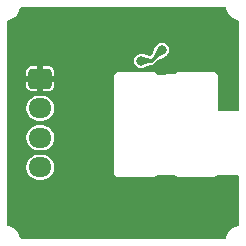
<source format=gbl>
G04 #@! TF.GenerationSoftware,KiCad,Pcbnew,8.0.3*
G04 #@! TF.CreationDate,2024-07-19T17:45:39+03:00*
G04 #@! TF.ProjectId,B-TH09C-Brk-01Mbr-R01,422d5448-3039-4432-9d42-726b2d30314d,rev?*
G04 #@! TF.SameCoordinates,Original*
G04 #@! TF.FileFunction,Copper,L2,Bot*
G04 #@! TF.FilePolarity,Positive*
%FSLAX46Y46*%
G04 Gerber Fmt 4.6, Leading zero omitted, Abs format (unit mm)*
G04 Created by KiCad (PCBNEW 8.0.3) date 2024-07-19 17:45:39*
%MOMM*%
%LPD*%
G01*
G04 APERTURE LIST*
G04 Aperture macros list*
%AMRoundRect*
0 Rectangle with rounded corners*
0 $1 Rounding radius*
0 $2 $3 $4 $5 $6 $7 $8 $9 X,Y pos of 4 corners*
0 Add a 4 corners polygon primitive as box body*
4,1,4,$2,$3,$4,$5,$6,$7,$8,$9,$2,$3,0*
0 Add four circle primitives for the rounded corners*
1,1,$1+$1,$2,$3*
1,1,$1+$1,$4,$5*
1,1,$1+$1,$6,$7*
1,1,$1+$1,$8,$9*
0 Add four rect primitives between the rounded corners*
20,1,$1+$1,$2,$3,$4,$5,0*
20,1,$1+$1,$4,$5,$6,$7,0*
20,1,$1+$1,$6,$7,$8,$9,0*
20,1,$1+$1,$8,$9,$2,$3,0*%
G04 Aperture macros list end*
G04 #@! TA.AperFunction,ComponentPad*
%ADD10O,1.950000X1.700000*%
G04 #@! TD*
G04 #@! TA.AperFunction,ComponentPad*
%ADD11RoundRect,0.250000X0.725000X-0.600000X0.725000X0.600000X-0.725000X0.600000X-0.725000X-0.600000X0*%
G04 #@! TD*
G04 #@! TA.AperFunction,ViaPad*
%ADD12C,0.800000*%
G04 #@! TD*
G04 #@! TA.AperFunction,Conductor*
%ADD13C,0.250000*%
G04 #@! TD*
G04 APERTURE END LIST*
D10*
X125770000Y-97310000D03*
X125770000Y-94810000D03*
X125770000Y-92310000D03*
D11*
X125770000Y-89810000D03*
D12*
X141640000Y-88970000D03*
X138010000Y-98680000D03*
X135360000Y-98620000D03*
X133670000Y-98660000D03*
X134320000Y-88304799D03*
X136080000Y-87380000D03*
D13*
X135155201Y-88304799D02*
X136080000Y-87380000D01*
X134320000Y-88304799D02*
X135155201Y-88304799D01*
G04 #@! TA.AperFunction,Conductor*
G36*
X141465928Y-83780193D02*
G01*
X141511683Y-83832997D01*
X141518912Y-83857069D01*
X141519691Y-83856884D01*
X141520820Y-83861632D01*
X141583958Y-84057257D01*
X141677033Y-84240519D01*
X141677035Y-84240522D01*
X141684438Y-84250726D01*
X141797751Y-84406903D01*
X141896771Y-84505923D01*
X141943095Y-84552247D01*
X142109470Y-84672960D01*
X142292741Y-84766041D01*
X142488358Y-84829178D01*
X142488370Y-84829179D01*
X142493107Y-84830307D01*
X142492611Y-84832390D01*
X142547724Y-84858303D01*
X142584843Y-84917498D01*
X142589485Y-84951108D01*
X142589485Y-92422230D01*
X142569800Y-92489269D01*
X142516996Y-92535024D01*
X142467802Y-92546208D01*
X140938352Y-92574796D01*
X140870957Y-92556368D01*
X140824223Y-92504428D01*
X140812036Y-92450873D01*
X140811929Y-92190673D01*
X140811929Y-89672528D01*
X140812255Y-89663539D01*
X140814159Y-89637343D01*
X140815175Y-89623365D01*
X140815174Y-89623364D01*
X140815175Y-89623362D01*
X140796046Y-89518406D01*
X140767360Y-89456607D01*
X140751125Y-89421630D01*
X140751124Y-89421629D01*
X140751124Y-89421628D01*
X140683306Y-89339270D01*
X140596944Y-89276619D01*
X140514994Y-89244523D01*
X140497602Y-89237711D01*
X140497600Y-89237710D01*
X140391673Y-89225046D01*
X140391666Y-89225046D01*
X140360692Y-89229216D01*
X140344113Y-89230324D01*
X137580036Y-89229503D01*
X137570802Y-89229156D01*
X137530114Y-89226105D01*
X137530109Y-89226105D01*
X137426730Y-89244412D01*
X137426726Y-89244414D01*
X137331041Y-89287621D01*
X137331038Y-89287623D01*
X137248947Y-89353067D01*
X137207632Y-89407541D01*
X137151436Y-89449060D01*
X137109431Y-89456607D01*
X135747306Y-89463164D01*
X135680172Y-89443802D01*
X135649749Y-89416460D01*
X135593096Y-89345388D01*
X135509425Y-89281933D01*
X135412698Y-89241050D01*
X135308880Y-89225262D01*
X135308878Y-89225262D01*
X135272438Y-89228889D01*
X135260162Y-89229499D01*
X132482641Y-89229608D01*
X132473356Y-89229260D01*
X132432848Y-89226220D01*
X132432847Y-89226220D01*
X132367934Y-89237711D01*
X132329458Y-89244522D01*
X132329455Y-89244523D01*
X132233763Y-89287728D01*
X132233762Y-89287728D01*
X132151662Y-89353176D01*
X132151659Y-89353179D01*
X132088214Y-89436832D01*
X132047328Y-89533543D01*
X132031525Y-89637346D01*
X132035156Y-89673883D01*
X132035764Y-89686092D01*
X132038027Y-95187016D01*
X132038027Y-97703930D01*
X132037702Y-97712903D01*
X132034691Y-97754387D01*
X132053838Y-97859366D01*
X132053840Y-97859370D01*
X132098778Y-97956142D01*
X132098783Y-97956151D01*
X132166621Y-98038505D01*
X132166624Y-98038507D01*
X132166625Y-98038508D01*
X132253010Y-98101151D01*
X132253012Y-98101152D01*
X132253014Y-98101153D01*
X132253013Y-98101153D01*
X132316428Y-98125975D01*
X132352376Y-98140046D01*
X132458332Y-98152689D01*
X132489273Y-98148515D01*
X132505870Y-98147403D01*
X135269474Y-98148224D01*
X135278701Y-98148572D01*
X135319808Y-98151663D01*
X135371513Y-98142514D01*
X135423215Y-98133366D01*
X135423216Y-98133365D01*
X135423219Y-98133365D01*
X135518933Y-98090151D01*
X135601048Y-98024686D01*
X135605387Y-98018962D01*
X135661575Y-97977435D01*
X135704546Y-97969880D01*
X137150995Y-97973981D01*
X137217976Y-97993856D01*
X137247606Y-98020691D01*
X137256872Y-98032316D01*
X137256878Y-98032322D01*
X137340529Y-98095770D01*
X137340532Y-98095771D01*
X137340533Y-98095772D01*
X137437242Y-98136659D01*
X137541042Y-98152461D01*
X137577532Y-98148834D01*
X137589755Y-98148228D01*
X140368322Y-98148119D01*
X140377625Y-98148468D01*
X140417075Y-98151438D01*
X140417075Y-98151437D01*
X140417077Y-98151438D01*
X140500650Y-98136659D01*
X140520460Y-98133156D01*
X140616156Y-98089968D01*
X140698262Y-98024537D01*
X140698265Y-98024532D01*
X140701055Y-98021676D01*
X140703754Y-98020159D01*
X140704305Y-98019721D01*
X140704376Y-98019810D01*
X140761972Y-97987458D01*
X140790120Y-97984300D01*
X142465840Y-97989051D01*
X142532820Y-98008926D01*
X142578425Y-98061860D01*
X142589485Y-98113051D01*
X142589485Y-102168888D01*
X142569800Y-102235927D01*
X142516996Y-102281682D01*
X142492913Y-102288913D01*
X142493099Y-102289692D01*
X142488351Y-102290820D01*
X142292735Y-102353958D01*
X142230982Y-102385322D01*
X142109461Y-102447042D01*
X142109457Y-102447045D01*
X141943090Y-102567753D01*
X141943082Y-102567760D01*
X141797742Y-102713103D01*
X141677023Y-102879490D01*
X141583945Y-103062766D01*
X141583942Y-103062772D01*
X141520815Y-103258372D01*
X141519683Y-103263133D01*
X141517619Y-103262642D01*
X141491615Y-103317826D01*
X141432389Y-103354895D01*
X141398881Y-103359508D01*
X124181093Y-103359508D01*
X124114054Y-103339823D01*
X124068299Y-103287019D01*
X124061076Y-103262944D01*
X124060291Y-103263131D01*
X124059163Y-103258393D01*
X124059162Y-103258383D01*
X124013523Y-103116974D01*
X123996029Y-103062768D01*
X123996027Y-103062764D01*
X123996027Y-103062763D01*
X123902947Y-102879489D01*
X123782233Y-102713111D01*
X123636882Y-102567762D01*
X123596785Y-102538670D01*
X123470506Y-102447050D01*
X123287230Y-102353970D01*
X123091603Y-102290834D01*
X123086858Y-102289706D01*
X123087344Y-102287661D01*
X123032095Y-102261575D01*
X122995072Y-102202320D01*
X122990485Y-102168904D01*
X122990485Y-97206530D01*
X124594500Y-97206530D01*
X124594500Y-97413469D01*
X124634868Y-97616412D01*
X124634870Y-97616420D01*
X124689053Y-97747230D01*
X124714059Y-97807598D01*
X124738562Y-97844270D01*
X124829024Y-97979657D01*
X124975342Y-98125975D01*
X124975345Y-98125977D01*
X125147402Y-98240941D01*
X125338580Y-98320130D01*
X125541530Y-98360499D01*
X125541534Y-98360500D01*
X125541535Y-98360500D01*
X125998466Y-98360500D01*
X125998467Y-98360499D01*
X126201420Y-98320130D01*
X126392598Y-98240941D01*
X126564655Y-98125977D01*
X126710977Y-97979655D01*
X126825941Y-97807598D01*
X126905130Y-97616420D01*
X126945500Y-97413465D01*
X126945500Y-97206535D01*
X126905130Y-97003580D01*
X126825941Y-96812402D01*
X126710977Y-96640345D01*
X126710975Y-96640342D01*
X126564657Y-96494024D01*
X126409978Y-96390672D01*
X126392598Y-96379059D01*
X126327523Y-96352104D01*
X126201420Y-96299870D01*
X126201412Y-96299868D01*
X125998469Y-96259500D01*
X125998465Y-96259500D01*
X125541535Y-96259500D01*
X125541530Y-96259500D01*
X125338587Y-96299868D01*
X125338579Y-96299870D01*
X125147403Y-96379058D01*
X124975342Y-96494024D01*
X124829024Y-96640342D01*
X124714058Y-96812403D01*
X124634870Y-97003579D01*
X124634868Y-97003587D01*
X124594500Y-97206530D01*
X122990485Y-97206530D01*
X122990485Y-94706530D01*
X124594500Y-94706530D01*
X124594500Y-94913469D01*
X124634868Y-95116412D01*
X124634870Y-95116420D01*
X124714058Y-95307596D01*
X124829024Y-95479657D01*
X124975342Y-95625975D01*
X124975345Y-95625977D01*
X125147402Y-95740941D01*
X125338580Y-95820130D01*
X125541530Y-95860499D01*
X125541534Y-95860500D01*
X125541535Y-95860500D01*
X125998466Y-95860500D01*
X125998467Y-95860499D01*
X126201420Y-95820130D01*
X126392598Y-95740941D01*
X126564655Y-95625977D01*
X126710977Y-95479655D01*
X126825941Y-95307598D01*
X126905130Y-95116420D01*
X126945500Y-94913465D01*
X126945500Y-94706535D01*
X126905130Y-94503580D01*
X126825941Y-94312402D01*
X126710977Y-94140345D01*
X126710975Y-94140342D01*
X126564657Y-93994024D01*
X126478626Y-93936541D01*
X126392598Y-93879059D01*
X126201420Y-93799870D01*
X126201412Y-93799868D01*
X125998469Y-93759500D01*
X125998465Y-93759500D01*
X125541535Y-93759500D01*
X125541530Y-93759500D01*
X125338587Y-93799868D01*
X125338579Y-93799870D01*
X125147403Y-93879058D01*
X124975342Y-93994024D01*
X124829024Y-94140342D01*
X124714058Y-94312403D01*
X124634870Y-94503579D01*
X124634868Y-94503587D01*
X124594500Y-94706530D01*
X122990485Y-94706530D01*
X122990485Y-92206530D01*
X124594500Y-92206530D01*
X124594500Y-92413469D01*
X124634868Y-92616412D01*
X124634870Y-92616420D01*
X124714058Y-92807596D01*
X124829024Y-92979657D01*
X124975342Y-93125975D01*
X124975345Y-93125977D01*
X125147402Y-93240941D01*
X125338580Y-93320130D01*
X125541530Y-93360499D01*
X125541534Y-93360500D01*
X125541535Y-93360500D01*
X125998466Y-93360500D01*
X125998467Y-93360499D01*
X126201420Y-93320130D01*
X126392598Y-93240941D01*
X126564655Y-93125977D01*
X126710977Y-92979655D01*
X126825941Y-92807598D01*
X126905130Y-92616420D01*
X126945500Y-92413465D01*
X126945500Y-92206535D01*
X126905130Y-92003580D01*
X126825941Y-91812402D01*
X126710977Y-91640345D01*
X126710975Y-91640342D01*
X126564657Y-91494024D01*
X126478626Y-91436541D01*
X126392598Y-91379059D01*
X126201420Y-91299870D01*
X126201412Y-91299868D01*
X125998469Y-91259500D01*
X125998465Y-91259500D01*
X125541535Y-91259500D01*
X125541530Y-91259500D01*
X125338587Y-91299868D01*
X125338579Y-91299870D01*
X125147403Y-91379058D01*
X124975342Y-91494024D01*
X124829024Y-91640342D01*
X124714058Y-91812403D01*
X124634870Y-92003579D01*
X124634868Y-92003587D01*
X124594500Y-92206530D01*
X122990485Y-92206530D01*
X122990485Y-89155793D01*
X124595000Y-89155793D01*
X124595000Y-89560000D01*
X125365854Y-89560000D01*
X125327370Y-89626657D01*
X125295000Y-89747465D01*
X125295000Y-89872535D01*
X125327370Y-89993343D01*
X125365854Y-90060000D01*
X124595001Y-90060000D01*
X124595001Y-90464196D01*
X124597851Y-90494606D01*
X124642653Y-90622645D01*
X124723207Y-90731792D01*
X124832354Y-90812346D01*
X124960397Y-90857149D01*
X124990792Y-90859999D01*
X125519999Y-90859999D01*
X125520000Y-90859998D01*
X125520000Y-90214145D01*
X125586657Y-90252630D01*
X125707465Y-90285000D01*
X125832535Y-90285000D01*
X125953343Y-90252630D01*
X126020000Y-90214145D01*
X126020000Y-90859999D01*
X126549196Y-90859999D01*
X126579606Y-90857148D01*
X126707645Y-90812346D01*
X126816792Y-90731792D01*
X126897346Y-90622645D01*
X126942149Y-90494604D01*
X126942149Y-90494600D01*
X126945000Y-90464206D01*
X126945000Y-90060000D01*
X126174146Y-90060000D01*
X126212630Y-89993343D01*
X126245000Y-89872535D01*
X126245000Y-89747465D01*
X126212630Y-89626657D01*
X126174146Y-89560000D01*
X126944999Y-89560000D01*
X126944999Y-89155803D01*
X126942148Y-89125393D01*
X126897346Y-88997354D01*
X126816792Y-88888207D01*
X126707645Y-88807653D01*
X126579602Y-88762850D01*
X126549207Y-88760000D01*
X126020000Y-88760000D01*
X126020000Y-89405854D01*
X125953343Y-89367370D01*
X125832535Y-89335000D01*
X125707465Y-89335000D01*
X125586657Y-89367370D01*
X125520000Y-89405854D01*
X125520000Y-88760000D01*
X124990803Y-88760000D01*
X124960393Y-88762851D01*
X124832354Y-88807653D01*
X124723207Y-88888207D01*
X124642653Y-88997354D01*
X124597850Y-89125395D01*
X124597850Y-89125399D01*
X124595000Y-89155793D01*
X122990485Y-89155793D01*
X122990485Y-88304797D01*
X133714318Y-88304797D01*
X133714318Y-88304800D01*
X133734955Y-88461559D01*
X133734956Y-88461561D01*
X133795464Y-88607640D01*
X133891718Y-88733081D01*
X134017159Y-88829335D01*
X134163238Y-88889843D01*
X134241619Y-88900162D01*
X134319999Y-88910481D01*
X134320000Y-88910481D01*
X134320001Y-88910481D01*
X134334795Y-88908533D01*
X134476762Y-88889843D01*
X134520268Y-88871821D01*
X134547344Y-88864069D01*
X134556320Y-88862574D01*
X135149577Y-88638309D01*
X135193423Y-88630299D01*
X135198052Y-88630299D01*
X135198054Y-88630299D01*
X135280840Y-88608117D01*
X135355063Y-88565264D01*
X135692561Y-88227764D01*
X135729225Y-88202428D01*
X136307301Y-87941511D01*
X136315904Y-87935473D01*
X136339677Y-87922414D01*
X136382841Y-87904536D01*
X136508282Y-87808282D01*
X136604536Y-87682841D01*
X136665044Y-87536762D01*
X136685682Y-87380000D01*
X136665044Y-87223238D01*
X136604536Y-87077159D01*
X136508282Y-86951718D01*
X136382841Y-86855464D01*
X136236762Y-86794956D01*
X136236760Y-86794955D01*
X136080001Y-86774318D01*
X136079999Y-86774318D01*
X135923239Y-86794955D01*
X135923237Y-86794956D01*
X135777160Y-86855463D01*
X135651716Y-86951719D01*
X135555463Y-87077159D01*
X135537442Y-87120665D01*
X135523784Y-87145284D01*
X135518494Y-87152688D01*
X135518489Y-87152696D01*
X135518489Y-87152697D01*
X135287933Y-87663503D01*
X135262544Y-87719754D01*
X135257570Y-87730773D01*
X135232230Y-87767441D01*
X135118254Y-87881417D01*
X135056931Y-87914902D01*
X134987239Y-87909918D01*
X134986727Y-87909725D01*
X134571076Y-87752600D01*
X134571060Y-87752595D01*
X134556318Y-87747022D01*
X134552331Y-87746323D01*
X134545958Y-87745206D01*
X134519918Y-87737630D01*
X134476762Y-87719755D01*
X134398381Y-87709436D01*
X134320001Y-87699117D01*
X134319999Y-87699117D01*
X134163239Y-87719754D01*
X134163237Y-87719755D01*
X134017160Y-87780262D01*
X133891718Y-87876517D01*
X133795463Y-88001959D01*
X133734956Y-88148036D01*
X133734955Y-88148038D01*
X133714318Y-88304797D01*
X122990485Y-88304797D01*
X122990485Y-84951100D01*
X123010170Y-84884061D01*
X123062974Y-84838306D01*
X123087026Y-84831090D01*
X123086839Y-84830302D01*
X123091584Y-84829173D01*
X123091586Y-84829172D01*
X123091594Y-84829171D01*
X123287222Y-84766047D01*
X123470504Y-84672974D01*
X123636888Y-84552263D01*
X123782243Y-84406912D01*
X123842600Y-84323721D01*
X123902957Y-84240533D01*
X123902959Y-84240529D01*
X123996033Y-84057255D01*
X123996033Y-84057254D01*
X123996035Y-84057251D01*
X124059163Y-83861624D01*
X124059164Y-83861615D01*
X124060293Y-83856872D01*
X124062354Y-83857362D01*
X124088373Y-83802174D01*
X124147605Y-83765116D01*
X124181093Y-83760508D01*
X141398889Y-83760508D01*
X141465928Y-83780193D01*
G37*
G04 #@! TD.AperFunction*
G04 #@! TA.AperFunction,Conductor*
G36*
X135720909Y-87231232D02*
G01*
X135863763Y-87290018D01*
X136076195Y-87377436D01*
X136082542Y-87383754D01*
X136082563Y-87383804D01*
X136228767Y-87739090D01*
X136228746Y-87748044D01*
X136222760Y-87754206D01*
X135610071Y-88030747D01*
X135601121Y-88031027D01*
X135596985Y-88028356D01*
X135431643Y-87863014D01*
X135428216Y-87854741D01*
X135429252Y-87849928D01*
X135475238Y-87748044D01*
X135705794Y-87237238D01*
X135712320Y-87231108D01*
X135720909Y-87231232D01*
G37*
G04 #@! TD.AperFunction*
G04 #@! TA.AperFunction,Conductor*
G36*
X134500696Y-87945689D02*
G01*
X135112437Y-88176940D01*
X135118964Y-88183071D01*
X135120000Y-88187884D01*
X135120000Y-88421713D01*
X135116573Y-88429986D01*
X135112437Y-88432657D01*
X134483655Y-88670350D01*
X134474705Y-88670070D01*
X134468719Y-88663908D01*
X134372306Y-88432657D01*
X134320875Y-88309298D01*
X134320855Y-88300349D01*
X134468719Y-87945688D01*
X134475066Y-87939371D01*
X134483654Y-87939247D01*
X134500696Y-87945689D01*
G37*
G04 #@! TD.AperFunction*
M02*

</source>
